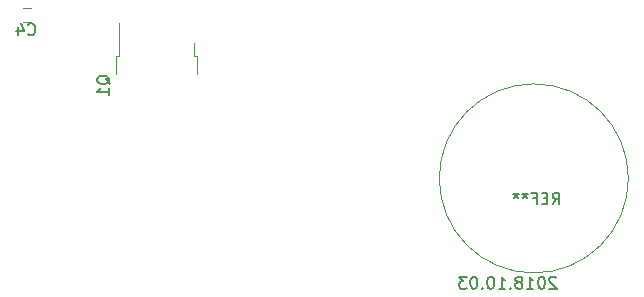
<source format=gbo>
G04 #@! TF.FileFunction,Legend,Bot*
%FSLAX46Y46*%
G04 Gerber Fmt 4.6, Leading zero omitted, Abs format (unit mm)*
G04 Created by KiCad (PCBNEW 4.0.7) date 10/05/18 20:50:03*
%MOMM*%
%LPD*%
G01*
G04 APERTURE LIST*
%ADD10C,0.100000*%
%ADD11C,0.200000*%
%ADD12C,0.120000*%
%ADD13C,0.150000*%
G04 APERTURE END LIST*
D10*
D11*
X112108738Y-69969119D02*
X112061119Y-69921500D01*
X111965881Y-69873881D01*
X111727785Y-69873881D01*
X111632547Y-69921500D01*
X111584928Y-69969119D01*
X111537309Y-70064357D01*
X111537309Y-70159595D01*
X111584928Y-70302452D01*
X112156357Y-70873881D01*
X111537309Y-70873881D01*
X110918262Y-69873881D02*
X110823023Y-69873881D01*
X110727785Y-69921500D01*
X110680166Y-69969119D01*
X110632547Y-70064357D01*
X110584928Y-70254833D01*
X110584928Y-70492929D01*
X110632547Y-70683405D01*
X110680166Y-70778643D01*
X110727785Y-70826262D01*
X110823023Y-70873881D01*
X110918262Y-70873881D01*
X111013500Y-70826262D01*
X111061119Y-70778643D01*
X111108738Y-70683405D01*
X111156357Y-70492929D01*
X111156357Y-70254833D01*
X111108738Y-70064357D01*
X111061119Y-69969119D01*
X111013500Y-69921500D01*
X110918262Y-69873881D01*
X109632547Y-70873881D02*
X110203976Y-70873881D01*
X109918262Y-70873881D02*
X109918262Y-69873881D01*
X110013500Y-70016738D01*
X110108738Y-70111976D01*
X110203976Y-70159595D01*
X109061119Y-70302452D02*
X109156357Y-70254833D01*
X109203976Y-70207214D01*
X109251595Y-70111976D01*
X109251595Y-70064357D01*
X109203976Y-69969119D01*
X109156357Y-69921500D01*
X109061119Y-69873881D01*
X108870642Y-69873881D01*
X108775404Y-69921500D01*
X108727785Y-69969119D01*
X108680166Y-70064357D01*
X108680166Y-70111976D01*
X108727785Y-70207214D01*
X108775404Y-70254833D01*
X108870642Y-70302452D01*
X109061119Y-70302452D01*
X109156357Y-70350071D01*
X109203976Y-70397690D01*
X109251595Y-70492929D01*
X109251595Y-70683405D01*
X109203976Y-70778643D01*
X109156357Y-70826262D01*
X109061119Y-70873881D01*
X108870642Y-70873881D01*
X108775404Y-70826262D01*
X108727785Y-70778643D01*
X108680166Y-70683405D01*
X108680166Y-70492929D01*
X108727785Y-70397690D01*
X108775404Y-70350071D01*
X108870642Y-70302452D01*
X108251595Y-70778643D02*
X108203976Y-70826262D01*
X108251595Y-70873881D01*
X108299214Y-70826262D01*
X108251595Y-70778643D01*
X108251595Y-70873881D01*
X107251595Y-70873881D02*
X107823024Y-70873881D01*
X107537310Y-70873881D02*
X107537310Y-69873881D01*
X107632548Y-70016738D01*
X107727786Y-70111976D01*
X107823024Y-70159595D01*
X106632548Y-69873881D02*
X106537309Y-69873881D01*
X106442071Y-69921500D01*
X106394452Y-69969119D01*
X106346833Y-70064357D01*
X106299214Y-70254833D01*
X106299214Y-70492929D01*
X106346833Y-70683405D01*
X106394452Y-70778643D01*
X106442071Y-70826262D01*
X106537309Y-70873881D01*
X106632548Y-70873881D01*
X106727786Y-70826262D01*
X106775405Y-70778643D01*
X106823024Y-70683405D01*
X106870643Y-70492929D01*
X106870643Y-70254833D01*
X106823024Y-70064357D01*
X106775405Y-69969119D01*
X106727786Y-69921500D01*
X106632548Y-69873881D01*
X105870643Y-70778643D02*
X105823024Y-70826262D01*
X105870643Y-70873881D01*
X105918262Y-70826262D01*
X105870643Y-70778643D01*
X105870643Y-70873881D01*
X105203977Y-69873881D02*
X105108738Y-69873881D01*
X105013500Y-69921500D01*
X104965881Y-69969119D01*
X104918262Y-70064357D01*
X104870643Y-70254833D01*
X104870643Y-70492929D01*
X104918262Y-70683405D01*
X104965881Y-70778643D01*
X105013500Y-70826262D01*
X105108738Y-70873881D01*
X105203977Y-70873881D01*
X105299215Y-70826262D01*
X105346834Y-70778643D01*
X105394453Y-70683405D01*
X105442072Y-70492929D01*
X105442072Y-70254833D01*
X105394453Y-70064357D01*
X105346834Y-69969119D01*
X105299215Y-69921500D01*
X105203977Y-69873881D01*
X104537310Y-69873881D02*
X103918262Y-69873881D01*
X104251596Y-70254833D01*
X104108738Y-70254833D01*
X104013500Y-70302452D01*
X103965881Y-70350071D01*
X103918262Y-70445310D01*
X103918262Y-70683405D01*
X103965881Y-70778643D01*
X104013500Y-70826262D01*
X104108738Y-70873881D01*
X104394453Y-70873881D01*
X104489691Y-70826262D01*
X104537310Y-70778643D01*
D12*
X67660000Y-47088500D02*
X66960000Y-47088500D01*
X66960000Y-48288500D02*
X67660000Y-48288500D01*
X74845500Y-52687500D02*
X74845500Y-51187500D01*
X74845500Y-51187500D02*
X75115500Y-51187500D01*
X75115500Y-51187500D02*
X75115500Y-48357500D01*
X81745500Y-52687500D02*
X81745500Y-51187500D01*
X81745500Y-51187500D02*
X81475500Y-51187500D01*
X81475500Y-51187500D02*
X81475500Y-50087500D01*
X118240871Y-61531500D02*
G75*
G03X118240871Y-61531500I-8004871J0D01*
G01*
D13*
X67413166Y-49315643D02*
X67460785Y-49363262D01*
X67603642Y-49410881D01*
X67698880Y-49410881D01*
X67841738Y-49363262D01*
X67936976Y-49268024D01*
X67984595Y-49172786D01*
X68032214Y-48982310D01*
X68032214Y-48839452D01*
X67984595Y-48648976D01*
X67936976Y-48553738D01*
X67841738Y-48458500D01*
X67698880Y-48410881D01*
X67603642Y-48410881D01*
X67460785Y-48458500D01*
X67413166Y-48506119D01*
X66556023Y-48744214D02*
X66556023Y-49410881D01*
X66794119Y-48363262D02*
X67032214Y-49077548D01*
X66413166Y-49077548D01*
X74343119Y-53562262D02*
X74295500Y-53467024D01*
X74200262Y-53371786D01*
X74057405Y-53228929D01*
X74009786Y-53133690D01*
X74009786Y-53038452D01*
X74247881Y-53086071D02*
X74200262Y-52990833D01*
X74105024Y-52895595D01*
X73914548Y-52847976D01*
X73581214Y-52847976D01*
X73390738Y-52895595D01*
X73295500Y-52990833D01*
X73247881Y-53086071D01*
X73247881Y-53276548D01*
X73295500Y-53371786D01*
X73390738Y-53467024D01*
X73581214Y-53514643D01*
X73914548Y-53514643D01*
X74105024Y-53467024D01*
X74200262Y-53371786D01*
X74247881Y-53276548D01*
X74247881Y-53086071D01*
X74247881Y-54467024D02*
X74247881Y-53895595D01*
X74247881Y-54181309D02*
X73247881Y-54181309D01*
X73390738Y-54086071D01*
X73485976Y-53990833D01*
X73533595Y-53895595D01*
X111818253Y-63733941D02*
X112151587Y-63257750D01*
X112389682Y-63733941D02*
X112389682Y-62733941D01*
X112008729Y-62733941D01*
X111913491Y-62781560D01*
X111865872Y-62829179D01*
X111818253Y-62924417D01*
X111818253Y-63067274D01*
X111865872Y-63162512D01*
X111913491Y-63210131D01*
X112008729Y-63257750D01*
X112389682Y-63257750D01*
X111389682Y-63210131D02*
X111056348Y-63210131D01*
X110913491Y-63733941D02*
X111389682Y-63733941D01*
X111389682Y-62733941D01*
X110913491Y-62733941D01*
X110151586Y-63210131D02*
X110484920Y-63210131D01*
X110484920Y-63733941D02*
X110484920Y-62733941D01*
X110008729Y-62733941D01*
X109484920Y-62733941D02*
X109484920Y-62972036D01*
X109723015Y-62876798D02*
X109484920Y-62972036D01*
X109246824Y-62876798D01*
X109627777Y-63162512D02*
X109484920Y-62972036D01*
X109342062Y-63162512D01*
X108723015Y-62733941D02*
X108723015Y-62972036D01*
X108961110Y-62876798D02*
X108723015Y-62972036D01*
X108484919Y-62876798D01*
X108865872Y-63162512D02*
X108723015Y-62972036D01*
X108580157Y-63162512D01*
M02*

</source>
